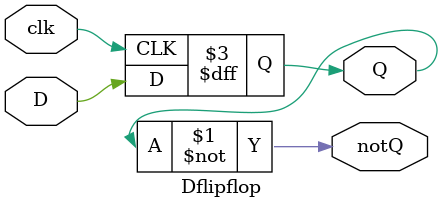
<source format=v>
`timescale 1ns / 1ps


module Dflipflop(
    output reg Q,
    output notQ,
    input D,
    input clk
    );
    
    assign notQ = ~Q;
    
    always @(posedge clk) begin
        Q <= D;
    end
    
endmodule

</source>
